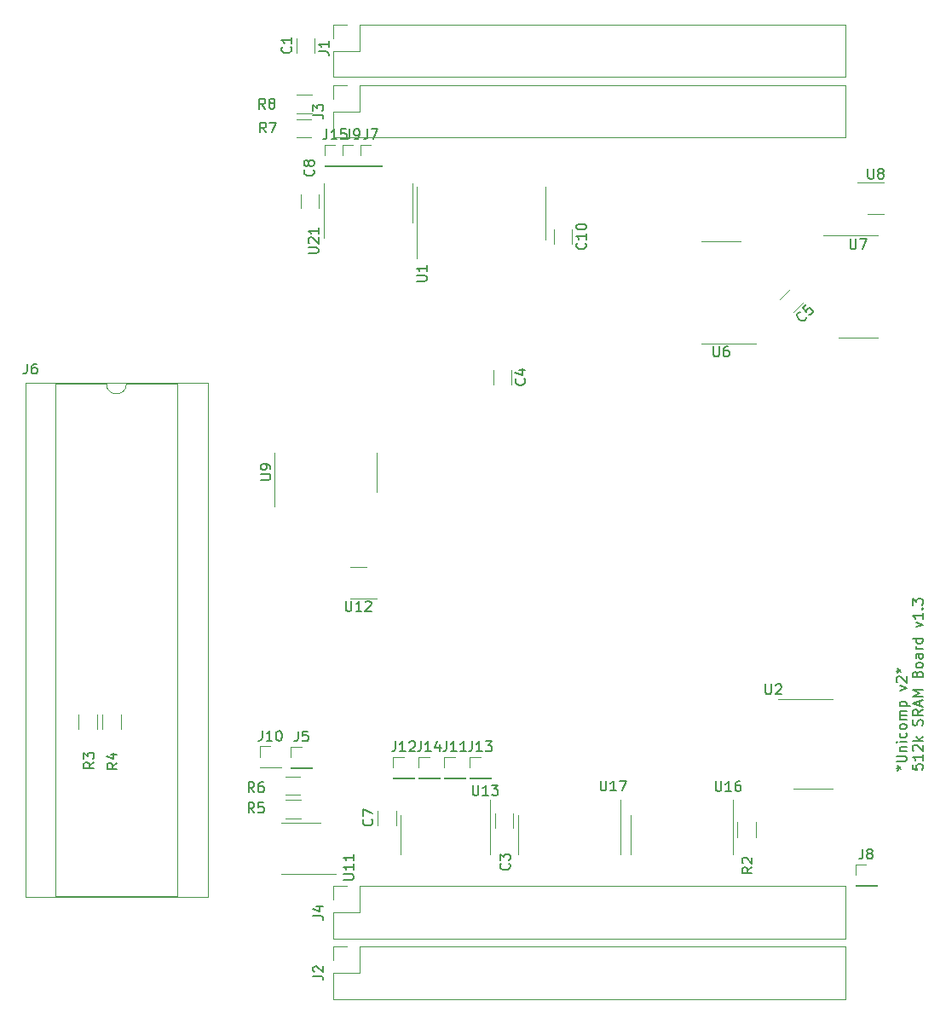
<source format=gbr>
%TF.GenerationSoftware,KiCad,Pcbnew,7.0.7-7.0.7~ubuntu20.04.1*%
%TF.CreationDate,2023-09-08T15:59:57+02:00*%
%TF.ProjectId,RAMROM_512k_board,52414d52-4f4d-45f3-9531-326b5f626f61,rev?*%
%TF.SameCoordinates,Original*%
%TF.FileFunction,Legend,Top*%
%TF.FilePolarity,Positive*%
%FSLAX46Y46*%
G04 Gerber Fmt 4.6, Leading zero omitted, Abs format (unit mm)*
G04 Created by KiCad (PCBNEW 7.0.7-7.0.7~ubuntu20.04.1) date 2023-09-08 15:59:57*
%MOMM*%
%LPD*%
G01*
G04 APERTURE LIST*
%ADD10C,0.150000*%
%ADD11C,0.120000*%
G04 APERTURE END LIST*
D10*
X194331419Y-120779963D02*
X194569514Y-120779963D01*
X194474276Y-121018058D02*
X194569514Y-120779963D01*
X194569514Y-120779963D02*
X194474276Y-120541868D01*
X194759990Y-120922820D02*
X194569514Y-120779963D01*
X194569514Y-120779963D02*
X194759990Y-120637106D01*
X194331419Y-120160915D02*
X195140942Y-120160915D01*
X195140942Y-120160915D02*
X195236180Y-120113296D01*
X195236180Y-120113296D02*
X195283800Y-120065677D01*
X195283800Y-120065677D02*
X195331419Y-119970439D01*
X195331419Y-119970439D02*
X195331419Y-119779963D01*
X195331419Y-119779963D02*
X195283800Y-119684725D01*
X195283800Y-119684725D02*
X195236180Y-119637106D01*
X195236180Y-119637106D02*
X195140942Y-119589487D01*
X195140942Y-119589487D02*
X194331419Y-119589487D01*
X194664752Y-119113296D02*
X195331419Y-119113296D01*
X194759990Y-119113296D02*
X194712371Y-119065677D01*
X194712371Y-119065677D02*
X194664752Y-118970439D01*
X194664752Y-118970439D02*
X194664752Y-118827582D01*
X194664752Y-118827582D02*
X194712371Y-118732344D01*
X194712371Y-118732344D02*
X194807609Y-118684725D01*
X194807609Y-118684725D02*
X195331419Y-118684725D01*
X195331419Y-118208534D02*
X194664752Y-118208534D01*
X194331419Y-118208534D02*
X194379038Y-118256153D01*
X194379038Y-118256153D02*
X194426657Y-118208534D01*
X194426657Y-118208534D02*
X194379038Y-118160915D01*
X194379038Y-118160915D02*
X194331419Y-118208534D01*
X194331419Y-118208534D02*
X194426657Y-118208534D01*
X195283800Y-117303773D02*
X195331419Y-117399011D01*
X195331419Y-117399011D02*
X195331419Y-117589487D01*
X195331419Y-117589487D02*
X195283800Y-117684725D01*
X195283800Y-117684725D02*
X195236180Y-117732344D01*
X195236180Y-117732344D02*
X195140942Y-117779963D01*
X195140942Y-117779963D02*
X194855228Y-117779963D01*
X194855228Y-117779963D02*
X194759990Y-117732344D01*
X194759990Y-117732344D02*
X194712371Y-117684725D01*
X194712371Y-117684725D02*
X194664752Y-117589487D01*
X194664752Y-117589487D02*
X194664752Y-117399011D01*
X194664752Y-117399011D02*
X194712371Y-117303773D01*
X195331419Y-116732344D02*
X195283800Y-116827582D01*
X195283800Y-116827582D02*
X195236180Y-116875201D01*
X195236180Y-116875201D02*
X195140942Y-116922820D01*
X195140942Y-116922820D02*
X194855228Y-116922820D01*
X194855228Y-116922820D02*
X194759990Y-116875201D01*
X194759990Y-116875201D02*
X194712371Y-116827582D01*
X194712371Y-116827582D02*
X194664752Y-116732344D01*
X194664752Y-116732344D02*
X194664752Y-116589487D01*
X194664752Y-116589487D02*
X194712371Y-116494249D01*
X194712371Y-116494249D02*
X194759990Y-116446630D01*
X194759990Y-116446630D02*
X194855228Y-116399011D01*
X194855228Y-116399011D02*
X195140942Y-116399011D01*
X195140942Y-116399011D02*
X195236180Y-116446630D01*
X195236180Y-116446630D02*
X195283800Y-116494249D01*
X195283800Y-116494249D02*
X195331419Y-116589487D01*
X195331419Y-116589487D02*
X195331419Y-116732344D01*
X195331419Y-115970439D02*
X194664752Y-115970439D01*
X194759990Y-115970439D02*
X194712371Y-115922820D01*
X194712371Y-115922820D02*
X194664752Y-115827582D01*
X194664752Y-115827582D02*
X194664752Y-115684725D01*
X194664752Y-115684725D02*
X194712371Y-115589487D01*
X194712371Y-115589487D02*
X194807609Y-115541868D01*
X194807609Y-115541868D02*
X195331419Y-115541868D01*
X194807609Y-115541868D02*
X194712371Y-115494249D01*
X194712371Y-115494249D02*
X194664752Y-115399011D01*
X194664752Y-115399011D02*
X194664752Y-115256154D01*
X194664752Y-115256154D02*
X194712371Y-115160915D01*
X194712371Y-115160915D02*
X194807609Y-115113296D01*
X194807609Y-115113296D02*
X195331419Y-115113296D01*
X194664752Y-114637106D02*
X195664752Y-114637106D01*
X194712371Y-114637106D02*
X194664752Y-114541868D01*
X194664752Y-114541868D02*
X194664752Y-114351392D01*
X194664752Y-114351392D02*
X194712371Y-114256154D01*
X194712371Y-114256154D02*
X194759990Y-114208535D01*
X194759990Y-114208535D02*
X194855228Y-114160916D01*
X194855228Y-114160916D02*
X195140942Y-114160916D01*
X195140942Y-114160916D02*
X195236180Y-114208535D01*
X195236180Y-114208535D02*
X195283800Y-114256154D01*
X195283800Y-114256154D02*
X195331419Y-114351392D01*
X195331419Y-114351392D02*
X195331419Y-114541868D01*
X195331419Y-114541868D02*
X195283800Y-114637106D01*
X194664752Y-113065677D02*
X195331419Y-112827582D01*
X195331419Y-112827582D02*
X194664752Y-112589487D01*
X194426657Y-112256153D02*
X194379038Y-112208534D01*
X194379038Y-112208534D02*
X194331419Y-112113296D01*
X194331419Y-112113296D02*
X194331419Y-111875201D01*
X194331419Y-111875201D02*
X194379038Y-111779963D01*
X194379038Y-111779963D02*
X194426657Y-111732344D01*
X194426657Y-111732344D02*
X194521895Y-111684725D01*
X194521895Y-111684725D02*
X194617133Y-111684725D01*
X194617133Y-111684725D02*
X194759990Y-111732344D01*
X194759990Y-111732344D02*
X195331419Y-112303772D01*
X195331419Y-112303772D02*
X195331419Y-111684725D01*
X194331419Y-111113296D02*
X194569514Y-111113296D01*
X194474276Y-111351391D02*
X194569514Y-111113296D01*
X194569514Y-111113296D02*
X194474276Y-110875201D01*
X194759990Y-111256153D02*
X194569514Y-111113296D01*
X194569514Y-111113296D02*
X194759990Y-110970439D01*
X195941419Y-120446630D02*
X195941419Y-120922820D01*
X195941419Y-120922820D02*
X196417609Y-120970439D01*
X196417609Y-120970439D02*
X196369990Y-120922820D01*
X196369990Y-120922820D02*
X196322371Y-120827582D01*
X196322371Y-120827582D02*
X196322371Y-120589487D01*
X196322371Y-120589487D02*
X196369990Y-120494249D01*
X196369990Y-120494249D02*
X196417609Y-120446630D01*
X196417609Y-120446630D02*
X196512847Y-120399011D01*
X196512847Y-120399011D02*
X196750942Y-120399011D01*
X196750942Y-120399011D02*
X196846180Y-120446630D01*
X196846180Y-120446630D02*
X196893800Y-120494249D01*
X196893800Y-120494249D02*
X196941419Y-120589487D01*
X196941419Y-120589487D02*
X196941419Y-120827582D01*
X196941419Y-120827582D02*
X196893800Y-120922820D01*
X196893800Y-120922820D02*
X196846180Y-120970439D01*
X196941419Y-119446630D02*
X196941419Y-120018058D01*
X196941419Y-119732344D02*
X195941419Y-119732344D01*
X195941419Y-119732344D02*
X196084276Y-119827582D01*
X196084276Y-119827582D02*
X196179514Y-119922820D01*
X196179514Y-119922820D02*
X196227133Y-120018058D01*
X196036657Y-119065677D02*
X195989038Y-119018058D01*
X195989038Y-119018058D02*
X195941419Y-118922820D01*
X195941419Y-118922820D02*
X195941419Y-118684725D01*
X195941419Y-118684725D02*
X195989038Y-118589487D01*
X195989038Y-118589487D02*
X196036657Y-118541868D01*
X196036657Y-118541868D02*
X196131895Y-118494249D01*
X196131895Y-118494249D02*
X196227133Y-118494249D01*
X196227133Y-118494249D02*
X196369990Y-118541868D01*
X196369990Y-118541868D02*
X196941419Y-119113296D01*
X196941419Y-119113296D02*
X196941419Y-118494249D01*
X196941419Y-118065677D02*
X195941419Y-118065677D01*
X196560466Y-117970439D02*
X196941419Y-117684725D01*
X196274752Y-117684725D02*
X196655704Y-118065677D01*
X196893800Y-116541867D02*
X196941419Y-116399010D01*
X196941419Y-116399010D02*
X196941419Y-116160915D01*
X196941419Y-116160915D02*
X196893800Y-116065677D01*
X196893800Y-116065677D02*
X196846180Y-116018058D01*
X196846180Y-116018058D02*
X196750942Y-115970439D01*
X196750942Y-115970439D02*
X196655704Y-115970439D01*
X196655704Y-115970439D02*
X196560466Y-116018058D01*
X196560466Y-116018058D02*
X196512847Y-116065677D01*
X196512847Y-116065677D02*
X196465228Y-116160915D01*
X196465228Y-116160915D02*
X196417609Y-116351391D01*
X196417609Y-116351391D02*
X196369990Y-116446629D01*
X196369990Y-116446629D02*
X196322371Y-116494248D01*
X196322371Y-116494248D02*
X196227133Y-116541867D01*
X196227133Y-116541867D02*
X196131895Y-116541867D01*
X196131895Y-116541867D02*
X196036657Y-116494248D01*
X196036657Y-116494248D02*
X195989038Y-116446629D01*
X195989038Y-116446629D02*
X195941419Y-116351391D01*
X195941419Y-116351391D02*
X195941419Y-116113296D01*
X195941419Y-116113296D02*
X195989038Y-115970439D01*
X196941419Y-114970439D02*
X196465228Y-115303772D01*
X196941419Y-115541867D02*
X195941419Y-115541867D01*
X195941419Y-115541867D02*
X195941419Y-115160915D01*
X195941419Y-115160915D02*
X195989038Y-115065677D01*
X195989038Y-115065677D02*
X196036657Y-115018058D01*
X196036657Y-115018058D02*
X196131895Y-114970439D01*
X196131895Y-114970439D02*
X196274752Y-114970439D01*
X196274752Y-114970439D02*
X196369990Y-115018058D01*
X196369990Y-115018058D02*
X196417609Y-115065677D01*
X196417609Y-115065677D02*
X196465228Y-115160915D01*
X196465228Y-115160915D02*
X196465228Y-115541867D01*
X196655704Y-114589486D02*
X196655704Y-114113296D01*
X196941419Y-114684724D02*
X195941419Y-114351391D01*
X195941419Y-114351391D02*
X196941419Y-114018058D01*
X196941419Y-113684724D02*
X195941419Y-113684724D01*
X195941419Y-113684724D02*
X196655704Y-113351391D01*
X196655704Y-113351391D02*
X195941419Y-113018058D01*
X195941419Y-113018058D02*
X196941419Y-113018058D01*
X196417609Y-111446629D02*
X196465228Y-111303772D01*
X196465228Y-111303772D02*
X196512847Y-111256153D01*
X196512847Y-111256153D02*
X196608085Y-111208534D01*
X196608085Y-111208534D02*
X196750942Y-111208534D01*
X196750942Y-111208534D02*
X196846180Y-111256153D01*
X196846180Y-111256153D02*
X196893800Y-111303772D01*
X196893800Y-111303772D02*
X196941419Y-111399010D01*
X196941419Y-111399010D02*
X196941419Y-111779962D01*
X196941419Y-111779962D02*
X195941419Y-111779962D01*
X195941419Y-111779962D02*
X195941419Y-111446629D01*
X195941419Y-111446629D02*
X195989038Y-111351391D01*
X195989038Y-111351391D02*
X196036657Y-111303772D01*
X196036657Y-111303772D02*
X196131895Y-111256153D01*
X196131895Y-111256153D02*
X196227133Y-111256153D01*
X196227133Y-111256153D02*
X196322371Y-111303772D01*
X196322371Y-111303772D02*
X196369990Y-111351391D01*
X196369990Y-111351391D02*
X196417609Y-111446629D01*
X196417609Y-111446629D02*
X196417609Y-111779962D01*
X196941419Y-110637105D02*
X196893800Y-110732343D01*
X196893800Y-110732343D02*
X196846180Y-110779962D01*
X196846180Y-110779962D02*
X196750942Y-110827581D01*
X196750942Y-110827581D02*
X196465228Y-110827581D01*
X196465228Y-110827581D02*
X196369990Y-110779962D01*
X196369990Y-110779962D02*
X196322371Y-110732343D01*
X196322371Y-110732343D02*
X196274752Y-110637105D01*
X196274752Y-110637105D02*
X196274752Y-110494248D01*
X196274752Y-110494248D02*
X196322371Y-110399010D01*
X196322371Y-110399010D02*
X196369990Y-110351391D01*
X196369990Y-110351391D02*
X196465228Y-110303772D01*
X196465228Y-110303772D02*
X196750942Y-110303772D01*
X196750942Y-110303772D02*
X196846180Y-110351391D01*
X196846180Y-110351391D02*
X196893800Y-110399010D01*
X196893800Y-110399010D02*
X196941419Y-110494248D01*
X196941419Y-110494248D02*
X196941419Y-110637105D01*
X196941419Y-109446629D02*
X196417609Y-109446629D01*
X196417609Y-109446629D02*
X196322371Y-109494248D01*
X196322371Y-109494248D02*
X196274752Y-109589486D01*
X196274752Y-109589486D02*
X196274752Y-109779962D01*
X196274752Y-109779962D02*
X196322371Y-109875200D01*
X196893800Y-109446629D02*
X196941419Y-109541867D01*
X196941419Y-109541867D02*
X196941419Y-109779962D01*
X196941419Y-109779962D02*
X196893800Y-109875200D01*
X196893800Y-109875200D02*
X196798561Y-109922819D01*
X196798561Y-109922819D02*
X196703323Y-109922819D01*
X196703323Y-109922819D02*
X196608085Y-109875200D01*
X196608085Y-109875200D02*
X196560466Y-109779962D01*
X196560466Y-109779962D02*
X196560466Y-109541867D01*
X196560466Y-109541867D02*
X196512847Y-109446629D01*
X196941419Y-108970438D02*
X196274752Y-108970438D01*
X196465228Y-108970438D02*
X196369990Y-108922819D01*
X196369990Y-108922819D02*
X196322371Y-108875200D01*
X196322371Y-108875200D02*
X196274752Y-108779962D01*
X196274752Y-108779962D02*
X196274752Y-108684724D01*
X196941419Y-107922819D02*
X195941419Y-107922819D01*
X196893800Y-107922819D02*
X196941419Y-108018057D01*
X196941419Y-108018057D02*
X196941419Y-108208533D01*
X196941419Y-108208533D02*
X196893800Y-108303771D01*
X196893800Y-108303771D02*
X196846180Y-108351390D01*
X196846180Y-108351390D02*
X196750942Y-108399009D01*
X196750942Y-108399009D02*
X196465228Y-108399009D01*
X196465228Y-108399009D02*
X196369990Y-108351390D01*
X196369990Y-108351390D02*
X196322371Y-108303771D01*
X196322371Y-108303771D02*
X196274752Y-108208533D01*
X196274752Y-108208533D02*
X196274752Y-108018057D01*
X196274752Y-108018057D02*
X196322371Y-107922819D01*
X196274752Y-106779961D02*
X196941419Y-106541866D01*
X196941419Y-106541866D02*
X196274752Y-106303771D01*
X196941419Y-105399009D02*
X196941419Y-105970437D01*
X196941419Y-105684723D02*
X195941419Y-105684723D01*
X195941419Y-105684723D02*
X196084276Y-105779961D01*
X196084276Y-105779961D02*
X196179514Y-105875199D01*
X196179514Y-105875199D02*
X196227133Y-105970437D01*
X196846180Y-104970437D02*
X196893800Y-104922818D01*
X196893800Y-104922818D02*
X196941419Y-104970437D01*
X196941419Y-104970437D02*
X196893800Y-105018056D01*
X196893800Y-105018056D02*
X196846180Y-104970437D01*
X196846180Y-104970437D02*
X196941419Y-104970437D01*
X195941419Y-104589485D02*
X195941419Y-103970438D01*
X195941419Y-103970438D02*
X196322371Y-104303771D01*
X196322371Y-104303771D02*
X196322371Y-104160914D01*
X196322371Y-104160914D02*
X196369990Y-104065676D01*
X196369990Y-104065676D02*
X196417609Y-104018057D01*
X196417609Y-104018057D02*
X196512847Y-103970438D01*
X196512847Y-103970438D02*
X196750942Y-103970438D01*
X196750942Y-103970438D02*
X196846180Y-104018057D01*
X196846180Y-104018057D02*
X196893800Y-104065676D01*
X196893800Y-104065676D02*
X196941419Y-104160914D01*
X196941419Y-104160914D02*
X196941419Y-104446628D01*
X196941419Y-104446628D02*
X196893800Y-104541866D01*
X196893800Y-104541866D02*
X196846180Y-104589485D01*
X137747476Y-57338819D02*
X137747476Y-58053104D01*
X137747476Y-58053104D02*
X137699857Y-58195961D01*
X137699857Y-58195961D02*
X137604619Y-58291200D01*
X137604619Y-58291200D02*
X137461762Y-58338819D01*
X137461762Y-58338819D02*
X137366524Y-58338819D01*
X138747476Y-58338819D02*
X138176048Y-58338819D01*
X138461762Y-58338819D02*
X138461762Y-57338819D01*
X138461762Y-57338819D02*
X138366524Y-57481676D01*
X138366524Y-57481676D02*
X138271286Y-57576914D01*
X138271286Y-57576914D02*
X138176048Y-57624533D01*
X139652238Y-57338819D02*
X139176048Y-57338819D01*
X139176048Y-57338819D02*
X139128429Y-57815009D01*
X139128429Y-57815009D02*
X139176048Y-57767390D01*
X139176048Y-57767390D02*
X139271286Y-57719771D01*
X139271286Y-57719771D02*
X139509381Y-57719771D01*
X139509381Y-57719771D02*
X139604619Y-57767390D01*
X139604619Y-57767390D02*
X139652238Y-57815009D01*
X139652238Y-57815009D02*
X139699857Y-57910247D01*
X139699857Y-57910247D02*
X139699857Y-58148342D01*
X139699857Y-58148342D02*
X139652238Y-58243580D01*
X139652238Y-58243580D02*
X139604619Y-58291200D01*
X139604619Y-58291200D02*
X139509381Y-58338819D01*
X139509381Y-58338819D02*
X139271286Y-58338819D01*
X139271286Y-58338819D02*
X139176048Y-58291200D01*
X139176048Y-58291200D02*
X139128429Y-58243580D01*
X140001666Y-57338819D02*
X140001666Y-58053104D01*
X140001666Y-58053104D02*
X139954047Y-58195961D01*
X139954047Y-58195961D02*
X139858809Y-58291200D01*
X139858809Y-58291200D02*
X139715952Y-58338819D01*
X139715952Y-58338819D02*
X139620714Y-58338819D01*
X140525476Y-58338819D02*
X140715952Y-58338819D01*
X140715952Y-58338819D02*
X140811190Y-58291200D01*
X140811190Y-58291200D02*
X140858809Y-58243580D01*
X140858809Y-58243580D02*
X140954047Y-58100723D01*
X140954047Y-58100723D02*
X141001666Y-57910247D01*
X141001666Y-57910247D02*
X141001666Y-57529295D01*
X141001666Y-57529295D02*
X140954047Y-57434057D01*
X140954047Y-57434057D02*
X140906428Y-57386438D01*
X140906428Y-57386438D02*
X140811190Y-57338819D01*
X140811190Y-57338819D02*
X140620714Y-57338819D01*
X140620714Y-57338819D02*
X140525476Y-57386438D01*
X140525476Y-57386438D02*
X140477857Y-57434057D01*
X140477857Y-57434057D02*
X140430238Y-57529295D01*
X140430238Y-57529295D02*
X140430238Y-57767390D01*
X140430238Y-57767390D02*
X140477857Y-57862628D01*
X140477857Y-57862628D02*
X140525476Y-57910247D01*
X140525476Y-57910247D02*
X140620714Y-57957866D01*
X140620714Y-57957866D02*
X140811190Y-57957866D01*
X140811190Y-57957866D02*
X140906428Y-57910247D01*
X140906428Y-57910247D02*
X140954047Y-57862628D01*
X140954047Y-57862628D02*
X141001666Y-57767390D01*
X141779666Y-57338819D02*
X141779666Y-58053104D01*
X141779666Y-58053104D02*
X141732047Y-58195961D01*
X141732047Y-58195961D02*
X141636809Y-58291200D01*
X141636809Y-58291200D02*
X141493952Y-58338819D01*
X141493952Y-58338819D02*
X141398714Y-58338819D01*
X142160619Y-57338819D02*
X142827285Y-57338819D01*
X142827285Y-57338819D02*
X142398714Y-58338819D01*
X152187376Y-118133719D02*
X152187376Y-118848004D01*
X152187376Y-118848004D02*
X152139757Y-118990861D01*
X152139757Y-118990861D02*
X152044519Y-119086100D01*
X152044519Y-119086100D02*
X151901662Y-119133719D01*
X151901662Y-119133719D02*
X151806424Y-119133719D01*
X153187376Y-119133719D02*
X152615948Y-119133719D01*
X152901662Y-119133719D02*
X152901662Y-118133719D01*
X152901662Y-118133719D02*
X152806424Y-118276576D01*
X152806424Y-118276576D02*
X152711186Y-118371814D01*
X152711186Y-118371814D02*
X152615948Y-118419433D01*
X153520710Y-118133719D02*
X154139757Y-118133719D01*
X154139757Y-118133719D02*
X153806424Y-118514671D01*
X153806424Y-118514671D02*
X153949281Y-118514671D01*
X153949281Y-118514671D02*
X154044519Y-118562290D01*
X154044519Y-118562290D02*
X154092138Y-118609909D01*
X154092138Y-118609909D02*
X154139757Y-118705147D01*
X154139757Y-118705147D02*
X154139757Y-118943242D01*
X154139757Y-118943242D02*
X154092138Y-119038480D01*
X154092138Y-119038480D02*
X154044519Y-119086100D01*
X154044519Y-119086100D02*
X153949281Y-119133719D01*
X153949281Y-119133719D02*
X153663567Y-119133719D01*
X153663567Y-119133719D02*
X153568329Y-119086100D01*
X153568329Y-119086100D02*
X153520710Y-119038480D01*
X136919619Y-49609333D02*
X137633904Y-49609333D01*
X137633904Y-49609333D02*
X137776761Y-49656952D01*
X137776761Y-49656952D02*
X137872000Y-49752190D01*
X137872000Y-49752190D02*
X137919619Y-49895047D01*
X137919619Y-49895047D02*
X137919619Y-49990285D01*
X137919619Y-48609333D02*
X137919619Y-49180761D01*
X137919619Y-48895047D02*
X136919619Y-48895047D01*
X136919619Y-48895047D02*
X137062476Y-48990285D01*
X137062476Y-48990285D02*
X137157714Y-49085523D01*
X137157714Y-49085523D02*
X137205333Y-49180761D01*
X152228705Y-122492419D02*
X152228705Y-123301942D01*
X152228705Y-123301942D02*
X152276324Y-123397180D01*
X152276324Y-123397180D02*
X152323943Y-123444800D01*
X152323943Y-123444800D02*
X152419181Y-123492419D01*
X152419181Y-123492419D02*
X152609657Y-123492419D01*
X152609657Y-123492419D02*
X152704895Y-123444800D01*
X152704895Y-123444800D02*
X152752514Y-123397180D01*
X152752514Y-123397180D02*
X152800133Y-123301942D01*
X152800133Y-123301942D02*
X152800133Y-122492419D01*
X153800133Y-123492419D02*
X153228705Y-123492419D01*
X153514419Y-123492419D02*
X153514419Y-122492419D01*
X153514419Y-122492419D02*
X153419181Y-122635276D01*
X153419181Y-122635276D02*
X153323943Y-122730514D01*
X153323943Y-122730514D02*
X153228705Y-122778133D01*
X154133467Y-122492419D02*
X154752514Y-122492419D01*
X154752514Y-122492419D02*
X154419181Y-122873371D01*
X154419181Y-122873371D02*
X154562038Y-122873371D01*
X154562038Y-122873371D02*
X154657276Y-122920990D01*
X154657276Y-122920990D02*
X154704895Y-122968609D01*
X154704895Y-122968609D02*
X154752514Y-123063847D01*
X154752514Y-123063847D02*
X154752514Y-123301942D01*
X154752514Y-123301942D02*
X154704895Y-123397180D01*
X154704895Y-123397180D02*
X154657276Y-123444800D01*
X154657276Y-123444800D02*
X154562038Y-123492419D01*
X154562038Y-123492419D02*
X154276324Y-123492419D01*
X154276324Y-123492419D02*
X154181086Y-123444800D01*
X154181086Y-123444800D02*
X154133467Y-123397180D01*
X107972266Y-80633219D02*
X107972266Y-81347504D01*
X107972266Y-81347504D02*
X107924647Y-81490361D01*
X107924647Y-81490361D02*
X107829409Y-81585600D01*
X107829409Y-81585600D02*
X107686552Y-81633219D01*
X107686552Y-81633219D02*
X107591314Y-81633219D01*
X108877028Y-80633219D02*
X108686552Y-80633219D01*
X108686552Y-80633219D02*
X108591314Y-80680838D01*
X108591314Y-80680838D02*
X108543695Y-80728457D01*
X108543695Y-80728457D02*
X108448457Y-80871314D01*
X108448457Y-80871314D02*
X108400838Y-81061790D01*
X108400838Y-81061790D02*
X108400838Y-81442742D01*
X108400838Y-81442742D02*
X108448457Y-81537980D01*
X108448457Y-81537980D02*
X108496076Y-81585600D01*
X108496076Y-81585600D02*
X108591314Y-81633219D01*
X108591314Y-81633219D02*
X108781790Y-81633219D01*
X108781790Y-81633219D02*
X108877028Y-81585600D01*
X108877028Y-81585600D02*
X108924647Y-81537980D01*
X108924647Y-81537980D02*
X108972266Y-81442742D01*
X108972266Y-81442742D02*
X108972266Y-81204647D01*
X108972266Y-81204647D02*
X108924647Y-81109409D01*
X108924647Y-81109409D02*
X108877028Y-81061790D01*
X108877028Y-81061790D02*
X108781790Y-81014171D01*
X108781790Y-81014171D02*
X108591314Y-81014171D01*
X108591314Y-81014171D02*
X108496076Y-81061790D01*
X108496076Y-81061790D02*
X108448457Y-81109409D01*
X108448457Y-81109409D02*
X108400838Y-81204647D01*
X139408819Y-131895694D02*
X140218342Y-131895694D01*
X140218342Y-131895694D02*
X140313580Y-131848075D01*
X140313580Y-131848075D02*
X140361200Y-131800456D01*
X140361200Y-131800456D02*
X140408819Y-131705218D01*
X140408819Y-131705218D02*
X140408819Y-131514742D01*
X140408819Y-131514742D02*
X140361200Y-131419504D01*
X140361200Y-131419504D02*
X140313580Y-131371885D01*
X140313580Y-131371885D02*
X140218342Y-131324266D01*
X140218342Y-131324266D02*
X139408819Y-131324266D01*
X140408819Y-130324266D02*
X140408819Y-130895694D01*
X140408819Y-130609980D02*
X139408819Y-130609980D01*
X139408819Y-130609980D02*
X139551676Y-130705218D01*
X139551676Y-130705218D02*
X139646914Y-130800456D01*
X139646914Y-130800456D02*
X139694533Y-130895694D01*
X140408819Y-129371885D02*
X140408819Y-129943313D01*
X140408819Y-129657599D02*
X139408819Y-129657599D01*
X139408819Y-129657599D02*
X139551676Y-129752837D01*
X139551676Y-129752837D02*
X139646914Y-129848075D01*
X139646914Y-129848075D02*
X139694533Y-129943313D01*
X163423380Y-68662257D02*
X163471000Y-68709876D01*
X163471000Y-68709876D02*
X163518619Y-68852733D01*
X163518619Y-68852733D02*
X163518619Y-68947971D01*
X163518619Y-68947971D02*
X163471000Y-69090828D01*
X163471000Y-69090828D02*
X163375761Y-69186066D01*
X163375761Y-69186066D02*
X163280523Y-69233685D01*
X163280523Y-69233685D02*
X163090047Y-69281304D01*
X163090047Y-69281304D02*
X162947190Y-69281304D01*
X162947190Y-69281304D02*
X162756714Y-69233685D01*
X162756714Y-69233685D02*
X162661476Y-69186066D01*
X162661476Y-69186066D02*
X162566238Y-69090828D01*
X162566238Y-69090828D02*
X162518619Y-68947971D01*
X162518619Y-68947971D02*
X162518619Y-68852733D01*
X162518619Y-68852733D02*
X162566238Y-68709876D01*
X162566238Y-68709876D02*
X162613857Y-68662257D01*
X163518619Y-67709876D02*
X163518619Y-68281304D01*
X163518619Y-67995590D02*
X162518619Y-67995590D01*
X162518619Y-67995590D02*
X162661476Y-68090828D01*
X162661476Y-68090828D02*
X162756714Y-68186066D01*
X162756714Y-68186066D02*
X162804333Y-68281304D01*
X162518619Y-67090828D02*
X162518619Y-66995590D01*
X162518619Y-66995590D02*
X162566238Y-66900352D01*
X162566238Y-66900352D02*
X162613857Y-66852733D01*
X162613857Y-66852733D02*
X162709095Y-66805114D01*
X162709095Y-66805114D02*
X162899571Y-66757495D01*
X162899571Y-66757495D02*
X163137666Y-66757495D01*
X163137666Y-66757495D02*
X163328142Y-66805114D01*
X163328142Y-66805114D02*
X163423380Y-66852733D01*
X163423380Y-66852733D02*
X163471000Y-66900352D01*
X163471000Y-66900352D02*
X163518619Y-66995590D01*
X163518619Y-66995590D02*
X163518619Y-67090828D01*
X163518619Y-67090828D02*
X163471000Y-67186066D01*
X163471000Y-67186066D02*
X163423380Y-67233685D01*
X163423380Y-67233685D02*
X163328142Y-67281304D01*
X163328142Y-67281304D02*
X163137666Y-67328923D01*
X163137666Y-67328923D02*
X162899571Y-67328923D01*
X162899571Y-67328923D02*
X162709095Y-67281304D01*
X162709095Y-67281304D02*
X162613857Y-67233685D01*
X162613857Y-67233685D02*
X162566238Y-67186066D01*
X162566238Y-67186066D02*
X162518619Y-67090828D01*
X114602419Y-120207066D02*
X114126228Y-120540399D01*
X114602419Y-120778494D02*
X113602419Y-120778494D01*
X113602419Y-120778494D02*
X113602419Y-120397542D01*
X113602419Y-120397542D02*
X113650038Y-120302304D01*
X113650038Y-120302304D02*
X113697657Y-120254685D01*
X113697657Y-120254685D02*
X113792895Y-120207066D01*
X113792895Y-120207066D02*
X113935752Y-120207066D01*
X113935752Y-120207066D02*
X114030990Y-120254685D01*
X114030990Y-120254685D02*
X114078609Y-120302304D01*
X114078609Y-120302304D02*
X114126228Y-120397542D01*
X114126228Y-120397542D02*
X114126228Y-120778494D01*
X113602419Y-119873732D02*
X113602419Y-119254685D01*
X113602419Y-119254685D02*
X113983371Y-119588018D01*
X113983371Y-119588018D02*
X113983371Y-119445161D01*
X113983371Y-119445161D02*
X114030990Y-119349923D01*
X114030990Y-119349923D02*
X114078609Y-119302304D01*
X114078609Y-119302304D02*
X114173847Y-119254685D01*
X114173847Y-119254685D02*
X114411942Y-119254685D01*
X114411942Y-119254685D02*
X114507180Y-119302304D01*
X114507180Y-119302304D02*
X114554800Y-119349923D01*
X114554800Y-119349923D02*
X114602419Y-119445161D01*
X114602419Y-119445161D02*
X114602419Y-119730875D01*
X114602419Y-119730875D02*
X114554800Y-119826113D01*
X114554800Y-119826113D02*
X114507180Y-119873732D01*
X136384819Y-135452338D02*
X137099104Y-135452338D01*
X137099104Y-135452338D02*
X137241961Y-135499957D01*
X137241961Y-135499957D02*
X137337200Y-135595195D01*
X137337200Y-135595195D02*
X137384819Y-135738052D01*
X137384819Y-135738052D02*
X137384819Y-135833290D01*
X136718152Y-134547576D02*
X137384819Y-134547576D01*
X136337200Y-134785671D02*
X137051485Y-135023766D01*
X137051485Y-135023766D02*
X137051485Y-134404719D01*
X134896266Y-117130419D02*
X134896266Y-117844704D01*
X134896266Y-117844704D02*
X134848647Y-117987561D01*
X134848647Y-117987561D02*
X134753409Y-118082800D01*
X134753409Y-118082800D02*
X134610552Y-118130419D01*
X134610552Y-118130419D02*
X134515314Y-118130419D01*
X135848647Y-117130419D02*
X135372457Y-117130419D01*
X135372457Y-117130419D02*
X135324838Y-117606609D01*
X135324838Y-117606609D02*
X135372457Y-117558990D01*
X135372457Y-117558990D02*
X135467695Y-117511371D01*
X135467695Y-117511371D02*
X135705790Y-117511371D01*
X135705790Y-117511371D02*
X135801028Y-117558990D01*
X135801028Y-117558990D02*
X135848647Y-117606609D01*
X135848647Y-117606609D02*
X135896266Y-117701847D01*
X135896266Y-117701847D02*
X135896266Y-117939942D01*
X135896266Y-117939942D02*
X135848647Y-118035180D01*
X135848647Y-118035180D02*
X135801028Y-118082800D01*
X135801028Y-118082800D02*
X135705790Y-118130419D01*
X135705790Y-118130419D02*
X135467695Y-118130419D01*
X135467695Y-118130419D02*
X135372457Y-118082800D01*
X135372457Y-118082800D02*
X135324838Y-118035180D01*
X179982019Y-130621066D02*
X179505828Y-130954399D01*
X179982019Y-131192494D02*
X178982019Y-131192494D01*
X178982019Y-131192494D02*
X178982019Y-130811542D01*
X178982019Y-130811542D02*
X179029638Y-130716304D01*
X179029638Y-130716304D02*
X179077257Y-130668685D01*
X179077257Y-130668685D02*
X179172495Y-130621066D01*
X179172495Y-130621066D02*
X179315352Y-130621066D01*
X179315352Y-130621066D02*
X179410590Y-130668685D01*
X179410590Y-130668685D02*
X179458209Y-130716304D01*
X179458209Y-130716304D02*
X179505828Y-130811542D01*
X179505828Y-130811542D02*
X179505828Y-131192494D01*
X179077257Y-130240113D02*
X179029638Y-130192494D01*
X179029638Y-130192494D02*
X178982019Y-130097256D01*
X178982019Y-130097256D02*
X178982019Y-129859161D01*
X178982019Y-129859161D02*
X179029638Y-129763923D01*
X179029638Y-129763923D02*
X179077257Y-129716304D01*
X179077257Y-129716304D02*
X179172495Y-129668685D01*
X179172495Y-129668685D02*
X179267733Y-129668685D01*
X179267733Y-129668685D02*
X179410590Y-129716304D01*
X179410590Y-129716304D02*
X179982019Y-130287732D01*
X179982019Y-130287732D02*
X179982019Y-129668685D01*
X176145936Y-78915290D02*
X176145936Y-79724813D01*
X176145936Y-79724813D02*
X176193555Y-79820051D01*
X176193555Y-79820051D02*
X176241174Y-79867671D01*
X176241174Y-79867671D02*
X176336412Y-79915290D01*
X176336412Y-79915290D02*
X176526888Y-79915290D01*
X176526888Y-79915290D02*
X176622126Y-79867671D01*
X176622126Y-79867671D02*
X176669745Y-79820051D01*
X176669745Y-79820051D02*
X176717364Y-79724813D01*
X176717364Y-79724813D02*
X176717364Y-78915290D01*
X177622126Y-78915290D02*
X177431650Y-78915290D01*
X177431650Y-78915290D02*
X177336412Y-78962909D01*
X177336412Y-78962909D02*
X177288793Y-79010528D01*
X177288793Y-79010528D02*
X177193555Y-79153385D01*
X177193555Y-79153385D02*
X177145936Y-79343861D01*
X177145936Y-79343861D02*
X177145936Y-79724813D01*
X177145936Y-79724813D02*
X177193555Y-79820051D01*
X177193555Y-79820051D02*
X177241174Y-79867671D01*
X177241174Y-79867671D02*
X177336412Y-79915290D01*
X177336412Y-79915290D02*
X177526888Y-79915290D01*
X177526888Y-79915290D02*
X177622126Y-79867671D01*
X177622126Y-79867671D02*
X177669745Y-79820051D01*
X177669745Y-79820051D02*
X177717364Y-79724813D01*
X177717364Y-79724813D02*
X177717364Y-79486718D01*
X177717364Y-79486718D02*
X177669745Y-79391480D01*
X177669745Y-79391480D02*
X177622126Y-79343861D01*
X177622126Y-79343861D02*
X177526888Y-79296242D01*
X177526888Y-79296242D02*
X177336412Y-79296242D01*
X177336412Y-79296242D02*
X177241174Y-79343861D01*
X177241174Y-79343861D02*
X177193555Y-79391480D01*
X177193555Y-79391480D02*
X177145936Y-79486718D01*
X144567376Y-118133719D02*
X144567376Y-118848004D01*
X144567376Y-118848004D02*
X144519757Y-118990861D01*
X144519757Y-118990861D02*
X144424519Y-119086100D01*
X144424519Y-119086100D02*
X144281662Y-119133719D01*
X144281662Y-119133719D02*
X144186424Y-119133719D01*
X145567376Y-119133719D02*
X144995948Y-119133719D01*
X145281662Y-119133719D02*
X145281662Y-118133719D01*
X145281662Y-118133719D02*
X145186424Y-118276576D01*
X145186424Y-118276576D02*
X145091186Y-118371814D01*
X145091186Y-118371814D02*
X144995948Y-118419433D01*
X145948329Y-118228957D02*
X145995948Y-118181338D01*
X145995948Y-118181338D02*
X146091186Y-118133719D01*
X146091186Y-118133719D02*
X146329281Y-118133719D01*
X146329281Y-118133719D02*
X146424519Y-118181338D01*
X146424519Y-118181338D02*
X146472138Y-118228957D01*
X146472138Y-118228957D02*
X146519757Y-118324195D01*
X146519757Y-118324195D02*
X146519757Y-118419433D01*
X146519757Y-118419433D02*
X146472138Y-118562290D01*
X146472138Y-118562290D02*
X145900710Y-119133719D01*
X145900710Y-119133719D02*
X146519757Y-119133719D01*
X176358705Y-122086019D02*
X176358705Y-122895542D01*
X176358705Y-122895542D02*
X176406324Y-122990780D01*
X176406324Y-122990780D02*
X176453943Y-123038400D01*
X176453943Y-123038400D02*
X176549181Y-123086019D01*
X176549181Y-123086019D02*
X176739657Y-123086019D01*
X176739657Y-123086019D02*
X176834895Y-123038400D01*
X176834895Y-123038400D02*
X176882514Y-122990780D01*
X176882514Y-122990780D02*
X176930133Y-122895542D01*
X176930133Y-122895542D02*
X176930133Y-122086019D01*
X177930133Y-123086019D02*
X177358705Y-123086019D01*
X177644419Y-123086019D02*
X177644419Y-122086019D01*
X177644419Y-122086019D02*
X177549181Y-122228876D01*
X177549181Y-122228876D02*
X177453943Y-122324114D01*
X177453943Y-122324114D02*
X177358705Y-122371733D01*
X178787276Y-122086019D02*
X178596800Y-122086019D01*
X178596800Y-122086019D02*
X178501562Y-122133638D01*
X178501562Y-122133638D02*
X178453943Y-122181257D01*
X178453943Y-122181257D02*
X178358705Y-122324114D01*
X178358705Y-122324114D02*
X178311086Y-122514590D01*
X178311086Y-122514590D02*
X178311086Y-122895542D01*
X178311086Y-122895542D02*
X178358705Y-122990780D01*
X178358705Y-122990780D02*
X178406324Y-123038400D01*
X178406324Y-123038400D02*
X178501562Y-123086019D01*
X178501562Y-123086019D02*
X178692038Y-123086019D01*
X178692038Y-123086019D02*
X178787276Y-123038400D01*
X178787276Y-123038400D02*
X178834895Y-122990780D01*
X178834895Y-122990780D02*
X178882514Y-122895542D01*
X178882514Y-122895542D02*
X178882514Y-122657447D01*
X178882514Y-122657447D02*
X178834895Y-122562209D01*
X178834895Y-122562209D02*
X178787276Y-122514590D01*
X178787276Y-122514590D02*
X178692038Y-122466971D01*
X178692038Y-122466971D02*
X178501562Y-122466971D01*
X178501562Y-122466971D02*
X178406324Y-122514590D01*
X178406324Y-122514590D02*
X178358705Y-122562209D01*
X178358705Y-122562209D02*
X178311086Y-122657447D01*
X191501336Y-61266019D02*
X191501336Y-62075542D01*
X191501336Y-62075542D02*
X191548955Y-62170780D01*
X191548955Y-62170780D02*
X191596574Y-62218400D01*
X191596574Y-62218400D02*
X191691812Y-62266019D01*
X191691812Y-62266019D02*
X191882288Y-62266019D01*
X191882288Y-62266019D02*
X191977526Y-62218400D01*
X191977526Y-62218400D02*
X192025145Y-62170780D01*
X192025145Y-62170780D02*
X192072764Y-62075542D01*
X192072764Y-62075542D02*
X192072764Y-61266019D01*
X192691812Y-61694590D02*
X192596574Y-61646971D01*
X192596574Y-61646971D02*
X192548955Y-61599352D01*
X192548955Y-61599352D02*
X192501336Y-61504114D01*
X192501336Y-61504114D02*
X192501336Y-61456495D01*
X192501336Y-61456495D02*
X192548955Y-61361257D01*
X192548955Y-61361257D02*
X192596574Y-61313638D01*
X192596574Y-61313638D02*
X192691812Y-61266019D01*
X192691812Y-61266019D02*
X192882288Y-61266019D01*
X192882288Y-61266019D02*
X192977526Y-61313638D01*
X192977526Y-61313638D02*
X193025145Y-61361257D01*
X193025145Y-61361257D02*
X193072764Y-61456495D01*
X193072764Y-61456495D02*
X193072764Y-61504114D01*
X193072764Y-61504114D02*
X193025145Y-61599352D01*
X193025145Y-61599352D02*
X192977526Y-61646971D01*
X192977526Y-61646971D02*
X192882288Y-61694590D01*
X192882288Y-61694590D02*
X192691812Y-61694590D01*
X192691812Y-61694590D02*
X192596574Y-61742209D01*
X192596574Y-61742209D02*
X192548955Y-61789828D01*
X192548955Y-61789828D02*
X192501336Y-61885066D01*
X192501336Y-61885066D02*
X192501336Y-62075542D01*
X192501336Y-62075542D02*
X192548955Y-62170780D01*
X192548955Y-62170780D02*
X192596574Y-62218400D01*
X192596574Y-62218400D02*
X192691812Y-62266019D01*
X192691812Y-62266019D02*
X192882288Y-62266019D01*
X192882288Y-62266019D02*
X192977526Y-62218400D01*
X192977526Y-62218400D02*
X193025145Y-62170780D01*
X193025145Y-62170780D02*
X193072764Y-62075542D01*
X193072764Y-62075542D02*
X193072764Y-61885066D01*
X193072764Y-61885066D02*
X193025145Y-61789828D01*
X193025145Y-61789828D02*
X192977526Y-61742209D01*
X192977526Y-61742209D02*
X192882288Y-61694590D01*
X131321276Y-117079619D02*
X131321276Y-117793904D01*
X131321276Y-117793904D02*
X131273657Y-117936761D01*
X131273657Y-117936761D02*
X131178419Y-118032000D01*
X131178419Y-118032000D02*
X131035562Y-118079619D01*
X131035562Y-118079619D02*
X130940324Y-118079619D01*
X132321276Y-118079619D02*
X131749848Y-118079619D01*
X132035562Y-118079619D02*
X132035562Y-117079619D01*
X132035562Y-117079619D02*
X131940324Y-117222476D01*
X131940324Y-117222476D02*
X131845086Y-117317714D01*
X131845086Y-117317714D02*
X131749848Y-117365333D01*
X132940324Y-117079619D02*
X133035562Y-117079619D01*
X133035562Y-117079619D02*
X133130800Y-117127238D01*
X133130800Y-117127238D02*
X133178419Y-117174857D01*
X133178419Y-117174857D02*
X133226038Y-117270095D01*
X133226038Y-117270095D02*
X133273657Y-117460571D01*
X133273657Y-117460571D02*
X133273657Y-117698666D01*
X133273657Y-117698666D02*
X133226038Y-117889142D01*
X133226038Y-117889142D02*
X133178419Y-117984380D01*
X133178419Y-117984380D02*
X133130800Y-118032000D01*
X133130800Y-118032000D02*
X133035562Y-118079619D01*
X133035562Y-118079619D02*
X132940324Y-118079619D01*
X132940324Y-118079619D02*
X132845086Y-118032000D01*
X132845086Y-118032000D02*
X132797467Y-117984380D01*
X132797467Y-117984380D02*
X132749848Y-117889142D01*
X132749848Y-117889142D02*
X132702229Y-117698666D01*
X132702229Y-117698666D02*
X132702229Y-117460571D01*
X132702229Y-117460571D02*
X132749848Y-117270095D01*
X132749848Y-117270095D02*
X132797467Y-117174857D01*
X132797467Y-117174857D02*
X132845086Y-117127238D01*
X132845086Y-117127238D02*
X132940324Y-117079619D01*
X135903619Y-69665694D02*
X136713142Y-69665694D01*
X136713142Y-69665694D02*
X136808380Y-69618075D01*
X136808380Y-69618075D02*
X136856000Y-69570456D01*
X136856000Y-69570456D02*
X136903619Y-69475218D01*
X136903619Y-69475218D02*
X136903619Y-69284742D01*
X136903619Y-69284742D02*
X136856000Y-69189504D01*
X136856000Y-69189504D02*
X136808380Y-69141885D01*
X136808380Y-69141885D02*
X136713142Y-69094266D01*
X136713142Y-69094266D02*
X135903619Y-69094266D01*
X135998857Y-68665694D02*
X135951238Y-68618075D01*
X135951238Y-68618075D02*
X135903619Y-68522837D01*
X135903619Y-68522837D02*
X135903619Y-68284742D01*
X135903619Y-68284742D02*
X135951238Y-68189504D01*
X135951238Y-68189504D02*
X135998857Y-68141885D01*
X135998857Y-68141885D02*
X136094095Y-68094266D01*
X136094095Y-68094266D02*
X136189333Y-68094266D01*
X136189333Y-68094266D02*
X136332190Y-68141885D01*
X136332190Y-68141885D02*
X136903619Y-68713313D01*
X136903619Y-68713313D02*
X136903619Y-68094266D01*
X136903619Y-67141885D02*
X136903619Y-67713313D01*
X136903619Y-67427599D02*
X135903619Y-67427599D01*
X135903619Y-67427599D02*
X136046476Y-67522837D01*
X136046476Y-67522837D02*
X136141714Y-67618075D01*
X136141714Y-67618075D02*
X136189333Y-67713313D01*
X157378180Y-82134266D02*
X157425800Y-82181885D01*
X157425800Y-82181885D02*
X157473419Y-82324742D01*
X157473419Y-82324742D02*
X157473419Y-82419980D01*
X157473419Y-82419980D02*
X157425800Y-82562837D01*
X157425800Y-82562837D02*
X157330561Y-82658075D01*
X157330561Y-82658075D02*
X157235323Y-82705694D01*
X157235323Y-82705694D02*
X157044847Y-82753313D01*
X157044847Y-82753313D02*
X156901990Y-82753313D01*
X156901990Y-82753313D02*
X156711514Y-82705694D01*
X156711514Y-82705694D02*
X156616276Y-82658075D01*
X156616276Y-82658075D02*
X156521038Y-82562837D01*
X156521038Y-82562837D02*
X156473419Y-82419980D01*
X156473419Y-82419980D02*
X156473419Y-82324742D01*
X156473419Y-82324742D02*
X156521038Y-82181885D01*
X156521038Y-82181885D02*
X156568657Y-82134266D01*
X156806752Y-81277123D02*
X157473419Y-81277123D01*
X156425800Y-81515218D02*
X157140085Y-81753313D01*
X157140085Y-81753313D02*
X157140085Y-81134266D01*
X139630305Y-104216819D02*
X139630305Y-105026342D01*
X139630305Y-105026342D02*
X139677924Y-105121580D01*
X139677924Y-105121580D02*
X139725543Y-105169200D01*
X139725543Y-105169200D02*
X139820781Y-105216819D01*
X139820781Y-105216819D02*
X140011257Y-105216819D01*
X140011257Y-105216819D02*
X140106495Y-105169200D01*
X140106495Y-105169200D02*
X140154114Y-105121580D01*
X140154114Y-105121580D02*
X140201733Y-105026342D01*
X140201733Y-105026342D02*
X140201733Y-104216819D01*
X141201733Y-105216819D02*
X140630305Y-105216819D01*
X140916019Y-105216819D02*
X140916019Y-104216819D01*
X140916019Y-104216819D02*
X140820781Y-104359676D01*
X140820781Y-104359676D02*
X140725543Y-104454914D01*
X140725543Y-104454914D02*
X140630305Y-104502533D01*
X141582686Y-104312057D02*
X141630305Y-104264438D01*
X141630305Y-104264438D02*
X141725543Y-104216819D01*
X141725543Y-104216819D02*
X141963638Y-104216819D01*
X141963638Y-104216819D02*
X142058876Y-104264438D01*
X142058876Y-104264438D02*
X142106495Y-104312057D01*
X142106495Y-104312057D02*
X142154114Y-104407295D01*
X142154114Y-104407295D02*
X142154114Y-104502533D01*
X142154114Y-104502533D02*
X142106495Y-104645390D01*
X142106495Y-104645390D02*
X141535067Y-105216819D01*
X141535067Y-105216819D02*
X142154114Y-105216819D01*
X164928705Y-122035219D02*
X164928705Y-122844742D01*
X164928705Y-122844742D02*
X164976324Y-122939980D01*
X164976324Y-122939980D02*
X165023943Y-122987600D01*
X165023943Y-122987600D02*
X165119181Y-123035219D01*
X165119181Y-123035219D02*
X165309657Y-123035219D01*
X165309657Y-123035219D02*
X165404895Y-122987600D01*
X165404895Y-122987600D02*
X165452514Y-122939980D01*
X165452514Y-122939980D02*
X165500133Y-122844742D01*
X165500133Y-122844742D02*
X165500133Y-122035219D01*
X166500133Y-123035219D02*
X165928705Y-123035219D01*
X166214419Y-123035219D02*
X166214419Y-122035219D01*
X166214419Y-122035219D02*
X166119181Y-122178076D01*
X166119181Y-122178076D02*
X166023943Y-122273314D01*
X166023943Y-122273314D02*
X165928705Y-122320933D01*
X166833467Y-122035219D02*
X167500133Y-122035219D01*
X167500133Y-122035219D02*
X167071562Y-123035219D01*
X185375017Y-76053043D02*
X185375017Y-76120387D01*
X185375017Y-76120387D02*
X185307673Y-76255074D01*
X185307673Y-76255074D02*
X185240330Y-76322417D01*
X185240330Y-76322417D02*
X185105643Y-76389761D01*
X185105643Y-76389761D02*
X184970956Y-76389761D01*
X184970956Y-76389761D02*
X184869941Y-76356089D01*
X184869941Y-76356089D02*
X184701582Y-76255074D01*
X184701582Y-76255074D02*
X184600567Y-76154059D01*
X184600567Y-76154059D02*
X184499551Y-75985700D01*
X184499551Y-75985700D02*
X184465880Y-75884685D01*
X184465880Y-75884685D02*
X184465880Y-75749998D01*
X184465880Y-75749998D02*
X184533223Y-75615311D01*
X184533223Y-75615311D02*
X184600567Y-75547967D01*
X184600567Y-75547967D02*
X184735254Y-75480624D01*
X184735254Y-75480624D02*
X184802597Y-75480624D01*
X185375017Y-74773517D02*
X185038299Y-75110234D01*
X185038299Y-75110234D02*
X185341345Y-75480624D01*
X185341345Y-75480624D02*
X185341345Y-75413280D01*
X185341345Y-75413280D02*
X185375017Y-75312265D01*
X185375017Y-75312265D02*
X185543376Y-75143906D01*
X185543376Y-75143906D02*
X185644391Y-75110234D01*
X185644391Y-75110234D02*
X185711734Y-75110234D01*
X185711734Y-75110234D02*
X185812750Y-75143906D01*
X185812750Y-75143906D02*
X185981108Y-75312265D01*
X185981108Y-75312265D02*
X186014780Y-75413280D01*
X186014780Y-75413280D02*
X186014780Y-75480624D01*
X186014780Y-75480624D02*
X185981108Y-75581639D01*
X185981108Y-75581639D02*
X185812750Y-75749998D01*
X185812750Y-75749998D02*
X185711734Y-75783669D01*
X185711734Y-75783669D02*
X185644391Y-75783669D01*
X136384819Y-141452338D02*
X137099104Y-141452338D01*
X137099104Y-141452338D02*
X137241961Y-141499957D01*
X137241961Y-141499957D02*
X137337200Y-141595195D01*
X137337200Y-141595195D02*
X137384819Y-141738052D01*
X137384819Y-141738052D02*
X137384819Y-141833290D01*
X136480057Y-141023766D02*
X136432438Y-140976147D01*
X136432438Y-140976147D02*
X136384819Y-140880909D01*
X136384819Y-140880909D02*
X136384819Y-140642814D01*
X136384819Y-140642814D02*
X136432438Y-140547576D01*
X136432438Y-140547576D02*
X136480057Y-140499957D01*
X136480057Y-140499957D02*
X136575295Y-140452338D01*
X136575295Y-140452338D02*
X136670533Y-140452338D01*
X136670533Y-140452338D02*
X136813390Y-140499957D01*
X136813390Y-140499957D02*
X137384819Y-141071385D01*
X137384819Y-141071385D02*
X137384819Y-140452338D01*
X130541733Y-123187619D02*
X130208400Y-122711428D01*
X129970305Y-123187619D02*
X129970305Y-122187619D01*
X129970305Y-122187619D02*
X130351257Y-122187619D01*
X130351257Y-122187619D02*
X130446495Y-122235238D01*
X130446495Y-122235238D02*
X130494114Y-122282857D01*
X130494114Y-122282857D02*
X130541733Y-122378095D01*
X130541733Y-122378095D02*
X130541733Y-122520952D01*
X130541733Y-122520952D02*
X130494114Y-122616190D01*
X130494114Y-122616190D02*
X130446495Y-122663809D01*
X130446495Y-122663809D02*
X130351257Y-122711428D01*
X130351257Y-122711428D02*
X129970305Y-122711428D01*
X131398876Y-122187619D02*
X131208400Y-122187619D01*
X131208400Y-122187619D02*
X131113162Y-122235238D01*
X131113162Y-122235238D02*
X131065543Y-122282857D01*
X131065543Y-122282857D02*
X130970305Y-122425714D01*
X130970305Y-122425714D02*
X130922686Y-122616190D01*
X130922686Y-122616190D02*
X130922686Y-122997142D01*
X130922686Y-122997142D02*
X130970305Y-123092380D01*
X130970305Y-123092380D02*
X131017924Y-123140000D01*
X131017924Y-123140000D02*
X131113162Y-123187619D01*
X131113162Y-123187619D02*
X131303638Y-123187619D01*
X131303638Y-123187619D02*
X131398876Y-123140000D01*
X131398876Y-123140000D02*
X131446495Y-123092380D01*
X131446495Y-123092380D02*
X131494114Y-122997142D01*
X131494114Y-122997142D02*
X131494114Y-122759047D01*
X131494114Y-122759047D02*
X131446495Y-122663809D01*
X131446495Y-122663809D02*
X131398876Y-122616190D01*
X131398876Y-122616190D02*
X131303638Y-122568571D01*
X131303638Y-122568571D02*
X131113162Y-122568571D01*
X131113162Y-122568571D02*
X131017924Y-122616190D01*
X131017924Y-122616190D02*
X130970305Y-122663809D01*
X130970305Y-122663809D02*
X130922686Y-122759047D01*
X116913819Y-120272566D02*
X116437628Y-120605899D01*
X116913819Y-120843994D02*
X115913819Y-120843994D01*
X115913819Y-120843994D02*
X115913819Y-120463042D01*
X115913819Y-120463042D02*
X115961438Y-120367804D01*
X115961438Y-120367804D02*
X116009057Y-120320185D01*
X116009057Y-120320185D02*
X116104295Y-120272566D01*
X116104295Y-120272566D02*
X116247152Y-120272566D01*
X116247152Y-120272566D02*
X116342390Y-120320185D01*
X116342390Y-120320185D02*
X116390009Y-120367804D01*
X116390009Y-120367804D02*
X116437628Y-120463042D01*
X116437628Y-120463042D02*
X116437628Y-120843994D01*
X116247152Y-119415423D02*
X116913819Y-119415423D01*
X115866200Y-119653518D02*
X116580485Y-119891613D01*
X116580485Y-119891613D02*
X116580485Y-119272566D01*
X130541733Y-125219619D02*
X130208400Y-124743428D01*
X129970305Y-125219619D02*
X129970305Y-124219619D01*
X129970305Y-124219619D02*
X130351257Y-124219619D01*
X130351257Y-124219619D02*
X130446495Y-124267238D01*
X130446495Y-124267238D02*
X130494114Y-124314857D01*
X130494114Y-124314857D02*
X130541733Y-124410095D01*
X130541733Y-124410095D02*
X130541733Y-124552952D01*
X130541733Y-124552952D02*
X130494114Y-124648190D01*
X130494114Y-124648190D02*
X130446495Y-124695809D01*
X130446495Y-124695809D02*
X130351257Y-124743428D01*
X130351257Y-124743428D02*
X129970305Y-124743428D01*
X131446495Y-124219619D02*
X130970305Y-124219619D01*
X130970305Y-124219619D02*
X130922686Y-124695809D01*
X130922686Y-124695809D02*
X130970305Y-124648190D01*
X130970305Y-124648190D02*
X131065543Y-124600571D01*
X131065543Y-124600571D02*
X131303638Y-124600571D01*
X131303638Y-124600571D02*
X131398876Y-124648190D01*
X131398876Y-124648190D02*
X131446495Y-124695809D01*
X131446495Y-124695809D02*
X131494114Y-124791047D01*
X131494114Y-124791047D02*
X131494114Y-125029142D01*
X131494114Y-125029142D02*
X131446495Y-125124380D01*
X131446495Y-125124380D02*
X131398876Y-125172000D01*
X131398876Y-125172000D02*
X131303638Y-125219619D01*
X131303638Y-125219619D02*
X131065543Y-125219619D01*
X131065543Y-125219619D02*
X130970305Y-125172000D01*
X130970305Y-125172000D02*
X130922686Y-125124380D01*
X181330695Y-112459419D02*
X181330695Y-113268942D01*
X181330695Y-113268942D02*
X181378314Y-113364180D01*
X181378314Y-113364180D02*
X181425933Y-113411800D01*
X181425933Y-113411800D02*
X181521171Y-113459419D01*
X181521171Y-113459419D02*
X181711647Y-113459419D01*
X181711647Y-113459419D02*
X181806885Y-113411800D01*
X181806885Y-113411800D02*
X181854504Y-113364180D01*
X181854504Y-113364180D02*
X181902123Y-113268942D01*
X181902123Y-113268942D02*
X181902123Y-112459419D01*
X182330695Y-112554657D02*
X182378314Y-112507038D01*
X182378314Y-112507038D02*
X182473552Y-112459419D01*
X182473552Y-112459419D02*
X182711647Y-112459419D01*
X182711647Y-112459419D02*
X182806885Y-112507038D01*
X182806885Y-112507038D02*
X182854504Y-112554657D01*
X182854504Y-112554657D02*
X182902123Y-112649895D01*
X182902123Y-112649895D02*
X182902123Y-112745133D01*
X182902123Y-112745133D02*
X182854504Y-112887990D01*
X182854504Y-112887990D02*
X182283076Y-113459419D01*
X182283076Y-113459419D02*
X182902123Y-113459419D01*
X136384819Y-55906338D02*
X137099104Y-55906338D01*
X137099104Y-55906338D02*
X137241961Y-55953957D01*
X137241961Y-55953957D02*
X137337200Y-56049195D01*
X137337200Y-56049195D02*
X137384819Y-56192052D01*
X137384819Y-56192052D02*
X137384819Y-56287290D01*
X136384819Y-55525385D02*
X136384819Y-54906338D01*
X136384819Y-54906338D02*
X136765771Y-55239671D01*
X136765771Y-55239671D02*
X136765771Y-55096814D01*
X136765771Y-55096814D02*
X136813390Y-55001576D01*
X136813390Y-55001576D02*
X136861009Y-54953957D01*
X136861009Y-54953957D02*
X136956247Y-54906338D01*
X136956247Y-54906338D02*
X137194342Y-54906338D01*
X137194342Y-54906338D02*
X137289580Y-54953957D01*
X137289580Y-54953957D02*
X137337200Y-55001576D01*
X137337200Y-55001576D02*
X137384819Y-55096814D01*
X137384819Y-55096814D02*
X137384819Y-55382528D01*
X137384819Y-55382528D02*
X137337200Y-55477766D01*
X137337200Y-55477766D02*
X137289580Y-55525385D01*
X149647376Y-118133719D02*
X149647376Y-118848004D01*
X149647376Y-118848004D02*
X149599757Y-118990861D01*
X149599757Y-118990861D02*
X149504519Y-119086100D01*
X149504519Y-119086100D02*
X149361662Y-119133719D01*
X149361662Y-119133719D02*
X149266424Y-119133719D01*
X150647376Y-119133719D02*
X150075948Y-119133719D01*
X150361662Y-119133719D02*
X150361662Y-118133719D01*
X150361662Y-118133719D02*
X150266424Y-118276576D01*
X150266424Y-118276576D02*
X150171186Y-118371814D01*
X150171186Y-118371814D02*
X150075948Y-118419433D01*
X151599757Y-119133719D02*
X151028329Y-119133719D01*
X151314043Y-119133719D02*
X151314043Y-118133719D01*
X151314043Y-118133719D02*
X151218805Y-118276576D01*
X151218805Y-118276576D02*
X151123567Y-118371814D01*
X151123567Y-118371814D02*
X151028329Y-118419433D01*
X146673219Y-72440704D02*
X147482742Y-72440704D01*
X147482742Y-72440704D02*
X147577980Y-72393085D01*
X147577980Y-72393085D02*
X147625600Y-72345466D01*
X147625600Y-72345466D02*
X147673219Y-72250228D01*
X147673219Y-72250228D02*
X147673219Y-72059752D01*
X147673219Y-72059752D02*
X147625600Y-71964514D01*
X147625600Y-71964514D02*
X147577980Y-71916895D01*
X147577980Y-71916895D02*
X147482742Y-71869276D01*
X147482742Y-71869276D02*
X146673219Y-71869276D01*
X147673219Y-70869276D02*
X147673219Y-71440704D01*
X147673219Y-71154990D02*
X146673219Y-71154990D01*
X146673219Y-71154990D02*
X146816076Y-71250228D01*
X146816076Y-71250228D02*
X146911314Y-71345466D01*
X146911314Y-71345466D02*
X146958933Y-71440704D01*
X142222780Y-125896666D02*
X142270400Y-125944285D01*
X142270400Y-125944285D02*
X142318019Y-126087142D01*
X142318019Y-126087142D02*
X142318019Y-126182380D01*
X142318019Y-126182380D02*
X142270400Y-126325237D01*
X142270400Y-126325237D02*
X142175161Y-126420475D01*
X142175161Y-126420475D02*
X142079923Y-126468094D01*
X142079923Y-126468094D02*
X141889447Y-126515713D01*
X141889447Y-126515713D02*
X141746590Y-126515713D01*
X141746590Y-126515713D02*
X141556114Y-126468094D01*
X141556114Y-126468094D02*
X141460876Y-126420475D01*
X141460876Y-126420475D02*
X141365638Y-126325237D01*
X141365638Y-126325237D02*
X141318019Y-126182380D01*
X141318019Y-126182380D02*
X141318019Y-126087142D01*
X141318019Y-126087142D02*
X141365638Y-125944285D01*
X141365638Y-125944285D02*
X141413257Y-125896666D01*
X141318019Y-125563332D02*
X141318019Y-124896666D01*
X141318019Y-124896666D02*
X142318019Y-125325237D01*
X189748736Y-68263419D02*
X189748736Y-69072942D01*
X189748736Y-69072942D02*
X189796355Y-69168180D01*
X189796355Y-69168180D02*
X189843974Y-69215800D01*
X189843974Y-69215800D02*
X189939212Y-69263419D01*
X189939212Y-69263419D02*
X190129688Y-69263419D01*
X190129688Y-69263419D02*
X190224926Y-69215800D01*
X190224926Y-69215800D02*
X190272545Y-69168180D01*
X190272545Y-69168180D02*
X190320164Y-69072942D01*
X190320164Y-69072942D02*
X190320164Y-68263419D01*
X190701117Y-68263419D02*
X191367783Y-68263419D01*
X191367783Y-68263419D02*
X190939212Y-69263419D01*
X134145580Y-49188666D02*
X134193200Y-49236285D01*
X134193200Y-49236285D02*
X134240819Y-49379142D01*
X134240819Y-49379142D02*
X134240819Y-49474380D01*
X134240819Y-49474380D02*
X134193200Y-49617237D01*
X134193200Y-49617237D02*
X134097961Y-49712475D01*
X134097961Y-49712475D02*
X134002723Y-49760094D01*
X134002723Y-49760094D02*
X133812247Y-49807713D01*
X133812247Y-49807713D02*
X133669390Y-49807713D01*
X133669390Y-49807713D02*
X133478914Y-49760094D01*
X133478914Y-49760094D02*
X133383676Y-49712475D01*
X133383676Y-49712475D02*
X133288438Y-49617237D01*
X133288438Y-49617237D02*
X133240819Y-49474380D01*
X133240819Y-49474380D02*
X133240819Y-49379142D01*
X133240819Y-49379142D02*
X133288438Y-49236285D01*
X133288438Y-49236285D02*
X133336057Y-49188666D01*
X134240819Y-48236285D02*
X134240819Y-48807713D01*
X134240819Y-48521999D02*
X133240819Y-48521999D01*
X133240819Y-48521999D02*
X133383676Y-48617237D01*
X133383676Y-48617237D02*
X133478914Y-48712475D01*
X133478914Y-48712475D02*
X133526533Y-48807713D01*
X190979466Y-128814419D02*
X190979466Y-129528704D01*
X190979466Y-129528704D02*
X190931847Y-129671561D01*
X190931847Y-129671561D02*
X190836609Y-129766800D01*
X190836609Y-129766800D02*
X190693752Y-129814419D01*
X190693752Y-129814419D02*
X190598514Y-129814419D01*
X191598514Y-129242990D02*
X191503276Y-129195371D01*
X191503276Y-129195371D02*
X191455657Y-129147752D01*
X191455657Y-129147752D02*
X191408038Y-129052514D01*
X191408038Y-129052514D02*
X191408038Y-129004895D01*
X191408038Y-129004895D02*
X191455657Y-128909657D01*
X191455657Y-128909657D02*
X191503276Y-128862038D01*
X191503276Y-128862038D02*
X191598514Y-128814419D01*
X191598514Y-128814419D02*
X191788990Y-128814419D01*
X191788990Y-128814419D02*
X191884228Y-128862038D01*
X191884228Y-128862038D02*
X191931847Y-128909657D01*
X191931847Y-128909657D02*
X191979466Y-129004895D01*
X191979466Y-129004895D02*
X191979466Y-129052514D01*
X191979466Y-129052514D02*
X191931847Y-129147752D01*
X191931847Y-129147752D02*
X191884228Y-129195371D01*
X191884228Y-129195371D02*
X191788990Y-129242990D01*
X191788990Y-129242990D02*
X191598514Y-129242990D01*
X191598514Y-129242990D02*
X191503276Y-129290609D01*
X191503276Y-129290609D02*
X191455657Y-129338228D01*
X191455657Y-129338228D02*
X191408038Y-129433466D01*
X191408038Y-129433466D02*
X191408038Y-129623942D01*
X191408038Y-129623942D02*
X191455657Y-129719180D01*
X191455657Y-129719180D02*
X191503276Y-129766800D01*
X191503276Y-129766800D02*
X191598514Y-129814419D01*
X191598514Y-129814419D02*
X191788990Y-129814419D01*
X191788990Y-129814419D02*
X191884228Y-129766800D01*
X191884228Y-129766800D02*
X191931847Y-129719180D01*
X191931847Y-129719180D02*
X191979466Y-129623942D01*
X191979466Y-129623942D02*
X191979466Y-129433466D01*
X191979466Y-129433466D02*
X191931847Y-129338228D01*
X191931847Y-129338228D02*
X191884228Y-129290609D01*
X191884228Y-129290609D02*
X191788990Y-129242990D01*
X131159319Y-92154266D02*
X131968842Y-92154266D01*
X131968842Y-92154266D02*
X132064080Y-92106647D01*
X132064080Y-92106647D02*
X132111700Y-92059028D01*
X132111700Y-92059028D02*
X132159319Y-91963790D01*
X132159319Y-91963790D02*
X132159319Y-91773314D01*
X132159319Y-91773314D02*
X132111700Y-91678076D01*
X132111700Y-91678076D02*
X132064080Y-91630457D01*
X132064080Y-91630457D02*
X131968842Y-91582838D01*
X131968842Y-91582838D02*
X131159319Y-91582838D01*
X132159319Y-91059028D02*
X132159319Y-90868552D01*
X132159319Y-90868552D02*
X132111700Y-90773314D01*
X132111700Y-90773314D02*
X132064080Y-90725695D01*
X132064080Y-90725695D02*
X131921223Y-90630457D01*
X131921223Y-90630457D02*
X131730747Y-90582838D01*
X131730747Y-90582838D02*
X131349795Y-90582838D01*
X131349795Y-90582838D02*
X131254557Y-90630457D01*
X131254557Y-90630457D02*
X131206938Y-90678076D01*
X131206938Y-90678076D02*
X131159319Y-90773314D01*
X131159319Y-90773314D02*
X131159319Y-90963790D01*
X131159319Y-90963790D02*
X131206938Y-91059028D01*
X131206938Y-91059028D02*
X131254557Y-91106647D01*
X131254557Y-91106647D02*
X131349795Y-91154266D01*
X131349795Y-91154266D02*
X131587890Y-91154266D01*
X131587890Y-91154266D02*
X131683128Y-91106647D01*
X131683128Y-91106647D02*
X131730747Y-91059028D01*
X131730747Y-91059028D02*
X131778366Y-90963790D01*
X131778366Y-90963790D02*
X131778366Y-90773314D01*
X131778366Y-90773314D02*
X131730747Y-90678076D01*
X131730747Y-90678076D02*
X131683128Y-90630457D01*
X131683128Y-90630457D02*
X131587890Y-90582838D01*
X155858380Y-130265466D02*
X155906000Y-130313085D01*
X155906000Y-130313085D02*
X155953619Y-130455942D01*
X155953619Y-130455942D02*
X155953619Y-130551180D01*
X155953619Y-130551180D02*
X155906000Y-130694037D01*
X155906000Y-130694037D02*
X155810761Y-130789275D01*
X155810761Y-130789275D02*
X155715523Y-130836894D01*
X155715523Y-130836894D02*
X155525047Y-130884513D01*
X155525047Y-130884513D02*
X155382190Y-130884513D01*
X155382190Y-130884513D02*
X155191714Y-130836894D01*
X155191714Y-130836894D02*
X155096476Y-130789275D01*
X155096476Y-130789275D02*
X155001238Y-130694037D01*
X155001238Y-130694037D02*
X154953619Y-130551180D01*
X154953619Y-130551180D02*
X154953619Y-130455942D01*
X154953619Y-130455942D02*
X155001238Y-130313085D01*
X155001238Y-130313085D02*
X155048857Y-130265466D01*
X154953619Y-129932132D02*
X154953619Y-129313085D01*
X154953619Y-129313085D02*
X155334571Y-129646418D01*
X155334571Y-129646418D02*
X155334571Y-129503561D01*
X155334571Y-129503561D02*
X155382190Y-129408323D01*
X155382190Y-129408323D02*
X155429809Y-129360704D01*
X155429809Y-129360704D02*
X155525047Y-129313085D01*
X155525047Y-129313085D02*
X155763142Y-129313085D01*
X155763142Y-129313085D02*
X155858380Y-129360704D01*
X155858380Y-129360704D02*
X155906000Y-129408323D01*
X155906000Y-129408323D02*
X155953619Y-129503561D01*
X155953619Y-129503561D02*
X155953619Y-129789275D01*
X155953619Y-129789275D02*
X155906000Y-129884513D01*
X155906000Y-129884513D02*
X155858380Y-129932132D01*
X136401980Y-61380666D02*
X136449600Y-61428285D01*
X136449600Y-61428285D02*
X136497219Y-61571142D01*
X136497219Y-61571142D02*
X136497219Y-61666380D01*
X136497219Y-61666380D02*
X136449600Y-61809237D01*
X136449600Y-61809237D02*
X136354361Y-61904475D01*
X136354361Y-61904475D02*
X136259123Y-61952094D01*
X136259123Y-61952094D02*
X136068647Y-61999713D01*
X136068647Y-61999713D02*
X135925790Y-61999713D01*
X135925790Y-61999713D02*
X135735314Y-61952094D01*
X135735314Y-61952094D02*
X135640076Y-61904475D01*
X135640076Y-61904475D02*
X135544838Y-61809237D01*
X135544838Y-61809237D02*
X135497219Y-61666380D01*
X135497219Y-61666380D02*
X135497219Y-61571142D01*
X135497219Y-61571142D02*
X135544838Y-61428285D01*
X135544838Y-61428285D02*
X135592457Y-61380666D01*
X135925790Y-60809237D02*
X135878171Y-60904475D01*
X135878171Y-60904475D02*
X135830552Y-60952094D01*
X135830552Y-60952094D02*
X135735314Y-60999713D01*
X135735314Y-60999713D02*
X135687695Y-60999713D01*
X135687695Y-60999713D02*
X135592457Y-60952094D01*
X135592457Y-60952094D02*
X135544838Y-60904475D01*
X135544838Y-60904475D02*
X135497219Y-60809237D01*
X135497219Y-60809237D02*
X135497219Y-60618761D01*
X135497219Y-60618761D02*
X135544838Y-60523523D01*
X135544838Y-60523523D02*
X135592457Y-60475904D01*
X135592457Y-60475904D02*
X135687695Y-60428285D01*
X135687695Y-60428285D02*
X135735314Y-60428285D01*
X135735314Y-60428285D02*
X135830552Y-60475904D01*
X135830552Y-60475904D02*
X135878171Y-60523523D01*
X135878171Y-60523523D02*
X135925790Y-60618761D01*
X135925790Y-60618761D02*
X135925790Y-60809237D01*
X135925790Y-60809237D02*
X135973409Y-60904475D01*
X135973409Y-60904475D02*
X136021028Y-60952094D01*
X136021028Y-60952094D02*
X136116266Y-60999713D01*
X136116266Y-60999713D02*
X136306742Y-60999713D01*
X136306742Y-60999713D02*
X136401980Y-60952094D01*
X136401980Y-60952094D02*
X136449600Y-60904475D01*
X136449600Y-60904475D02*
X136497219Y-60809237D01*
X136497219Y-60809237D02*
X136497219Y-60618761D01*
X136497219Y-60618761D02*
X136449600Y-60523523D01*
X136449600Y-60523523D02*
X136401980Y-60475904D01*
X136401980Y-60475904D02*
X136306742Y-60428285D01*
X136306742Y-60428285D02*
X136116266Y-60428285D01*
X136116266Y-60428285D02*
X136021028Y-60475904D01*
X136021028Y-60475904D02*
X135973409Y-60523523D01*
X135973409Y-60523523D02*
X135925790Y-60618761D01*
X147107376Y-118133719D02*
X147107376Y-118848004D01*
X147107376Y-118848004D02*
X147059757Y-118990861D01*
X147059757Y-118990861D02*
X146964519Y-119086100D01*
X146964519Y-119086100D02*
X146821662Y-119133719D01*
X146821662Y-119133719D02*
X146726424Y-119133719D01*
X148107376Y-119133719D02*
X147535948Y-119133719D01*
X147821662Y-119133719D02*
X147821662Y-118133719D01*
X147821662Y-118133719D02*
X147726424Y-118276576D01*
X147726424Y-118276576D02*
X147631186Y-118371814D01*
X147631186Y-118371814D02*
X147535948Y-118419433D01*
X148964519Y-118467052D02*
X148964519Y-119133719D01*
X148726424Y-118086100D02*
X148488329Y-118800385D01*
X148488329Y-118800385D02*
X149107376Y-118800385D01*
X131714133Y-57681019D02*
X131380800Y-57204828D01*
X131142705Y-57681019D02*
X131142705Y-56681019D01*
X131142705Y-56681019D02*
X131523657Y-56681019D01*
X131523657Y-56681019D02*
X131618895Y-56728638D01*
X131618895Y-56728638D02*
X131666514Y-56776257D01*
X131666514Y-56776257D02*
X131714133Y-56871495D01*
X131714133Y-56871495D02*
X131714133Y-57014352D01*
X131714133Y-57014352D02*
X131666514Y-57109590D01*
X131666514Y-57109590D02*
X131618895Y-57157209D01*
X131618895Y-57157209D02*
X131523657Y-57204828D01*
X131523657Y-57204828D02*
X131142705Y-57204828D01*
X132047467Y-56681019D02*
X132714133Y-56681019D01*
X132714133Y-56681019D02*
X132285562Y-57681019D01*
X131623233Y-55318819D02*
X131289900Y-54842628D01*
X131051805Y-55318819D02*
X131051805Y-54318819D01*
X131051805Y-54318819D02*
X131432757Y-54318819D01*
X131432757Y-54318819D02*
X131527995Y-54366438D01*
X131527995Y-54366438D02*
X131575614Y-54414057D01*
X131575614Y-54414057D02*
X131623233Y-54509295D01*
X131623233Y-54509295D02*
X131623233Y-54652152D01*
X131623233Y-54652152D02*
X131575614Y-54747390D01*
X131575614Y-54747390D02*
X131527995Y-54795009D01*
X131527995Y-54795009D02*
X131432757Y-54842628D01*
X131432757Y-54842628D02*
X131051805Y-54842628D01*
X132194662Y-54747390D02*
X132099424Y-54699771D01*
X132099424Y-54699771D02*
X132051805Y-54652152D01*
X132051805Y-54652152D02*
X132004186Y-54556914D01*
X132004186Y-54556914D02*
X132004186Y-54509295D01*
X132004186Y-54509295D02*
X132051805Y-54414057D01*
X132051805Y-54414057D02*
X132099424Y-54366438D01*
X132099424Y-54366438D02*
X132194662Y-54318819D01*
X132194662Y-54318819D02*
X132385138Y-54318819D01*
X132385138Y-54318819D02*
X132480376Y-54366438D01*
X132480376Y-54366438D02*
X132527995Y-54414057D01*
X132527995Y-54414057D02*
X132575614Y-54509295D01*
X132575614Y-54509295D02*
X132575614Y-54556914D01*
X132575614Y-54556914D02*
X132527995Y-54652152D01*
X132527995Y-54652152D02*
X132480376Y-54699771D01*
X132480376Y-54699771D02*
X132385138Y-54747390D01*
X132385138Y-54747390D02*
X132194662Y-54747390D01*
X132194662Y-54747390D02*
X132099424Y-54795009D01*
X132099424Y-54795009D02*
X132051805Y-54842628D01*
X132051805Y-54842628D02*
X132004186Y-54937866D01*
X132004186Y-54937866D02*
X132004186Y-55128342D01*
X132004186Y-55128342D02*
X132051805Y-55223580D01*
X132051805Y-55223580D02*
X132099424Y-55271200D01*
X132099424Y-55271200D02*
X132194662Y-55318819D01*
X132194662Y-55318819D02*
X132385138Y-55318819D01*
X132385138Y-55318819D02*
X132480376Y-55271200D01*
X132480376Y-55271200D02*
X132527995Y-55223580D01*
X132527995Y-55223580D02*
X132575614Y-55128342D01*
X132575614Y-55128342D02*
X132575614Y-54937866D01*
X132575614Y-54937866D02*
X132527995Y-54842628D01*
X132527995Y-54842628D02*
X132480376Y-54795009D01*
X132480376Y-54795009D02*
X132385138Y-54747390D01*
D11*
%TO.C,J15*%
X137497000Y-61004000D02*
X139617000Y-61004000D01*
X137497000Y-60944000D02*
X137497000Y-61004000D01*
X137497000Y-58884000D02*
X138557000Y-58884000D01*
X137497000Y-60944000D02*
X139617000Y-60944000D01*
X139617000Y-60944000D02*
X139617000Y-61004000D01*
X137497000Y-59944000D02*
X137497000Y-58884000D01*
%TO.C,J9*%
X139275000Y-61004000D02*
X141395000Y-61004000D01*
X139275000Y-60944000D02*
X139275000Y-61004000D01*
X139275000Y-58884000D02*
X140335000Y-58884000D01*
X139275000Y-60944000D02*
X141395000Y-60944000D01*
X141395000Y-60944000D02*
X141395000Y-61004000D01*
X139275000Y-59944000D02*
X139275000Y-58884000D01*
%TO.C,J7*%
X141053000Y-61004000D02*
X143173000Y-61004000D01*
X141053000Y-60944000D02*
X141053000Y-61004000D01*
X141053000Y-58884000D02*
X142113000Y-58884000D01*
X141053000Y-60944000D02*
X143173000Y-60944000D01*
X143173000Y-60944000D02*
X143173000Y-61004000D01*
X141053000Y-59944000D02*
X141053000Y-58884000D01*
%TO.C,J13*%
X151936900Y-119678900D02*
X152996900Y-119678900D01*
X151936900Y-120738900D02*
X151936900Y-119678900D01*
X151936900Y-121738900D02*
X151936900Y-121798900D01*
X151936900Y-121738900D02*
X154056900Y-121738900D01*
X151936900Y-121798900D02*
X154056900Y-121798900D01*
X154056900Y-121738900D02*
X154056900Y-121798900D01*
%TO.C,J1*%
X138370000Y-52173005D02*
X189290000Y-52173005D01*
X138370000Y-52173005D02*
X138370000Y-49573005D01*
X189290000Y-52173005D02*
X189290000Y-46973005D01*
X138370000Y-49573005D02*
X140970000Y-49573005D01*
X140970000Y-49573005D02*
X140970000Y-46973005D01*
X138370000Y-48303005D02*
X138370000Y-46973005D01*
X138370000Y-46973005D02*
X139700000Y-46973005D01*
X140970000Y-46973005D02*
X189290000Y-46973005D01*
%TO.C,U13*%
X153926700Y-127407900D02*
X153926700Y-123957900D01*
X153926700Y-127407900D02*
X153926700Y-129357900D01*
X145056700Y-127407900D02*
X145056700Y-125457900D01*
X145056700Y-127407900D02*
X145056700Y-129357900D01*
%TO.C,J6*%
X107780000Y-82557000D02*
X107780000Y-133597000D01*
X107780000Y-133597000D02*
X125900000Y-133597000D01*
X110780000Y-82617000D02*
X110780000Y-133537000D01*
X110780000Y-133537000D02*
X122900000Y-133537000D01*
X115840000Y-82617000D02*
X110780000Y-82617000D01*
X122900000Y-82617000D02*
X117840000Y-82617000D01*
X122900000Y-133537000D02*
X122900000Y-82617000D01*
X125900000Y-82557000D02*
X107780000Y-82557000D01*
X125900000Y-133597000D02*
X125900000Y-82557000D01*
X115840000Y-82617000D02*
G75*
G03*
X117840000Y-82617000I1000000J0D01*
G01*
%TO.C,U11*%
X135178800Y-131338000D02*
X138628800Y-131338000D01*
X135178800Y-131338000D02*
X133228800Y-131338000D01*
X135178800Y-126218000D02*
X137128800Y-126218000D01*
X135178800Y-126218000D02*
X133228800Y-126218000D01*
%TO.C,C10*%
X162123800Y-67308148D02*
X162123800Y-68730652D01*
X160303800Y-67308148D02*
X160303800Y-68730652D01*
%TO.C,R3*%
X114905200Y-115452536D02*
X114905200Y-116906664D01*
X113085200Y-115452536D02*
X113085200Y-116906664D01*
%TO.C,J4*%
X138370000Y-137719005D02*
X189290000Y-137719005D01*
X138370000Y-137719005D02*
X138370000Y-135119005D01*
X189290000Y-137719005D02*
X189290000Y-132519005D01*
X138370000Y-135119005D02*
X140970000Y-135119005D01*
X140970000Y-135119005D02*
X140970000Y-132519005D01*
X138370000Y-133849005D02*
X138370000Y-132519005D01*
X138370000Y-132519005D02*
X139700000Y-132519005D01*
X140970000Y-132519005D02*
X189290000Y-132519005D01*
%TO.C,J5*%
X134169600Y-118675600D02*
X135229600Y-118675600D01*
X134169600Y-119735600D02*
X134169600Y-118675600D01*
X134169600Y-120735600D02*
X134169600Y-120795600D01*
X134169600Y-120735600D02*
X136289600Y-120735600D01*
X134169600Y-120795600D02*
X136289600Y-120795600D01*
X136289600Y-120735600D02*
X136289600Y-120795600D01*
%TO.C,R2*%
X178541000Y-127626064D02*
X178541000Y-126171936D01*
X180361000Y-127626064D02*
X180361000Y-126171936D01*
%TO.C,U6*%
X176907841Y-78620471D02*
X180357841Y-78620471D01*
X176907841Y-78620471D02*
X174957841Y-78620471D01*
X176907841Y-68500471D02*
X178857841Y-68500471D01*
X176907841Y-68500471D02*
X174957841Y-68500471D01*
%TO.C,J12*%
X144316900Y-119678900D02*
X145376900Y-119678900D01*
X144316900Y-120738900D02*
X144316900Y-119678900D01*
X144316900Y-121738900D02*
X144316900Y-121798900D01*
X144316900Y-121738900D02*
X146436900Y-121738900D01*
X144316900Y-121798900D02*
X146436900Y-121798900D01*
X146436900Y-121738900D02*
X146436900Y-121798900D01*
%TO.C,U16*%
X178065000Y-127375400D02*
X178065000Y-123925400D01*
X178065000Y-127375400D02*
X178065000Y-129325400D01*
X167945000Y-127375400D02*
X167945000Y-125425400D01*
X167945000Y-127375400D02*
X167945000Y-129325400D01*
%TO.C,U8*%
X192263241Y-62651200D02*
X190463241Y-62651200D01*
X192263241Y-62651200D02*
X193063241Y-62651200D01*
X192263241Y-65771200D02*
X191463241Y-65771200D01*
X192263241Y-65771200D02*
X193063241Y-65771200D01*
%TO.C,J10*%
X131070800Y-118624800D02*
X132130800Y-118624800D01*
X131070800Y-119684800D02*
X131070800Y-118624800D01*
X131070800Y-120684800D02*
X131070800Y-120744800D01*
X131070800Y-120684800D02*
X133190800Y-120684800D01*
X131070800Y-120744800D02*
X133190800Y-120744800D01*
X133190800Y-120684800D02*
X133190800Y-120744800D01*
%TO.C,U21*%
X137424000Y-64693800D02*
X137424000Y-68143800D01*
X137424000Y-64693800D02*
X137424000Y-62743800D01*
X146294000Y-64693800D02*
X146294000Y-66643800D01*
X146294000Y-64693800D02*
X146294000Y-62743800D01*
%TO.C,C4*%
X156078600Y-81256348D02*
X156078600Y-82678852D01*
X154258600Y-81256348D02*
X154258600Y-82678852D01*
%TO.C,U12*%
X140868400Y-103922000D02*
X142668400Y-103922000D01*
X140868400Y-103922000D02*
X140068400Y-103922000D01*
X140868400Y-100802000D02*
X141668400Y-100802000D01*
X140868400Y-100802000D02*
X140068400Y-100802000D01*
%TO.C,U17*%
X166914400Y-127375400D02*
X166914400Y-123925400D01*
X166914400Y-127375400D02*
X166914400Y-129325400D01*
X156794400Y-127375400D02*
X156794400Y-125425400D01*
X156794400Y-127375400D02*
X156794400Y-129325400D01*
%TO.C,C5*%
X185076856Y-74513319D02*
X184070994Y-75519181D01*
X183789922Y-73226385D02*
X182784060Y-74232247D01*
%TO.C,J2*%
X138370000Y-143719005D02*
X189290000Y-143719005D01*
X138370000Y-143719005D02*
X138370000Y-141119005D01*
X189290000Y-143719005D02*
X189290000Y-138519005D01*
X138370000Y-141119005D02*
X140970000Y-141119005D01*
X140970000Y-141119005D02*
X140970000Y-138519005D01*
X138370000Y-139849005D02*
X138370000Y-138519005D01*
X138370000Y-138519005D02*
X139700000Y-138519005D01*
X140970000Y-138519005D02*
X189290000Y-138519005D01*
%TO.C,R6*%
X135103764Y-123439600D02*
X133649636Y-123439600D01*
X135103764Y-121619600D02*
X133649636Y-121619600D01*
%TO.C,R4*%
X117292800Y-115452536D02*
X117292800Y-116906664D01*
X115472800Y-115452536D02*
X115472800Y-116906664D01*
%TO.C,R5*%
X135133164Y-125776400D02*
X133679036Y-125776400D01*
X135133164Y-123956400D02*
X133679036Y-123956400D01*
%TO.C,U2*%
X186015400Y-113979800D02*
X182565400Y-113979800D01*
X186015400Y-113979800D02*
X187965400Y-113979800D01*
X186015400Y-122849800D02*
X184065400Y-122849800D01*
X186015400Y-122849800D02*
X187965400Y-122849800D01*
%TO.C,J3*%
X138370000Y-58173005D02*
X189290000Y-58173005D01*
X138370000Y-58173005D02*
X138370000Y-55573005D01*
X189290000Y-58173005D02*
X189290000Y-52973005D01*
X138370000Y-55573005D02*
X140970000Y-55573005D01*
X140970000Y-55573005D02*
X140970000Y-52973005D01*
X138370000Y-54303005D02*
X138370000Y-52973005D01*
X138370000Y-52973005D02*
X139700000Y-52973005D01*
X140970000Y-52973005D02*
X189290000Y-52973005D01*
%TO.C,J11*%
X149396900Y-119678900D02*
X150456900Y-119678900D01*
X149396900Y-120738900D02*
X149396900Y-119678900D01*
X149396900Y-121738900D02*
X149396900Y-121798900D01*
X149396900Y-121738900D02*
X151516900Y-121738900D01*
X149396900Y-121798900D02*
X151516900Y-121798900D01*
X151516900Y-121738900D02*
X151516900Y-121798900D01*
%TO.C,U1*%
X146667000Y-65692500D02*
X146667000Y-70142500D01*
X146667000Y-65692500D02*
X146667000Y-63042500D01*
X159487000Y-65692500D02*
X159487000Y-68342500D01*
X159487000Y-65692500D02*
X159487000Y-63042500D01*
%TO.C,C7*%
X142803200Y-126441252D02*
X142803200Y-125018748D01*
X144623200Y-126441252D02*
X144623200Y-125018748D01*
%TO.C,U7*%
X190522241Y-67916271D02*
X187072241Y-67916271D01*
X190522241Y-67916271D02*
X192472241Y-67916271D01*
X190522241Y-78036271D02*
X188572241Y-78036271D01*
X190522241Y-78036271D02*
X192472241Y-78036271D01*
%TO.C,C1*%
X134726000Y-49733252D02*
X134726000Y-48310748D01*
X136546000Y-49733252D02*
X136546000Y-48310748D01*
%TO.C,J8*%
X190252800Y-130359600D02*
X191312800Y-130359600D01*
X190252800Y-131419600D02*
X190252800Y-130359600D01*
X190252800Y-132419600D02*
X190252800Y-132479600D01*
X190252800Y-132419600D02*
X192372800Y-132419600D01*
X190252800Y-132479600D02*
X192372800Y-132479600D01*
X192372800Y-132419600D02*
X192372800Y-132479600D01*
%TO.C,U9*%
X132544500Y-91392362D02*
X132544500Y-94842362D01*
X132544500Y-91392362D02*
X132544500Y-89442362D01*
X142664500Y-91392362D02*
X142664500Y-93342362D01*
X142664500Y-91392362D02*
X142664500Y-89442362D01*
%TO.C,C3*%
X154429481Y-126707063D02*
X154429481Y-125284559D01*
X156249481Y-126707063D02*
X156249481Y-125284559D01*
%TO.C,C8*%
X136952400Y-63779348D02*
X136952400Y-65201852D01*
X135132400Y-63779348D02*
X135132400Y-65201852D01*
%TO.C,J14*%
X146856900Y-119678900D02*
X147916900Y-119678900D01*
X146856900Y-120738900D02*
X146856900Y-119678900D01*
X146856900Y-121738900D02*
X146856900Y-121798900D01*
X146856900Y-121738900D02*
X148976900Y-121738900D01*
X146856900Y-121798900D02*
X148976900Y-121798900D01*
X148976900Y-121738900D02*
X148976900Y-121798900D01*
%TO.C,R7*%
X134720436Y-58187000D02*
X136174564Y-58187000D01*
X134720436Y-56367000D02*
X136174564Y-56367000D01*
%TO.C,R8*%
X134781936Y-55774000D02*
X136236064Y-55774000D01*
X134781936Y-53954000D02*
X136236064Y-53954000D01*
%TD*%
M02*

</source>
